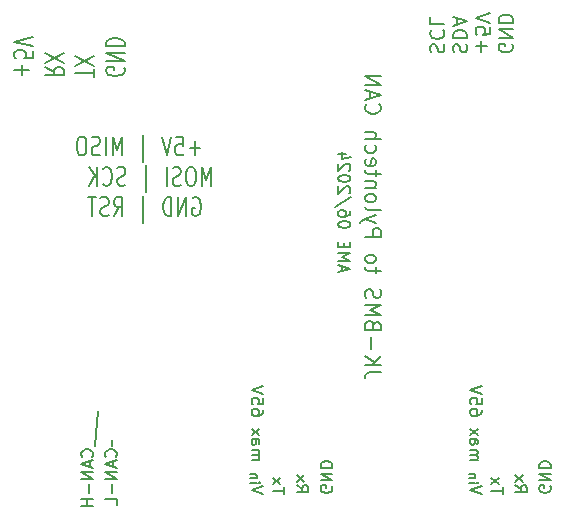
<source format=gbr>
%TF.GenerationSoftware,KiCad,Pcbnew,8.0.2*%
%TF.CreationDate,2024-05-29T11:06:28+02:00*%
%TF.ProjectId,JK-BMS_CAN,4a4b2d42-4d53-45f4-9341-4e2e6b696361,rev?*%
%TF.SameCoordinates,Original*%
%TF.FileFunction,Legend,Bot*%
%TF.FilePolarity,Positive*%
%FSLAX46Y46*%
G04 Gerber Fmt 4.6, Leading zero omitted, Abs format (unit mm)*
G04 Created by KiCad (PCBNEW 8.0.2) date 2024-05-29 11:06:28*
%MOMM*%
%LPD*%
G01*
G04 APERTURE LIST*
%ADD10C,0.153000*%
G04 APERTURE END LIST*
D10*
X93500000Y-116750000D02*
X93500000Y-116250000D01*
X92000000Y-116750000D02*
X92250000Y-113750000D01*
X93774424Y-117660180D02*
X93822044Y-117612561D01*
X93822044Y-117612561D02*
X93869663Y-117469704D01*
X93869663Y-117469704D02*
X93869663Y-117374466D01*
X93869663Y-117374466D02*
X93822044Y-117231609D01*
X93822044Y-117231609D02*
X93726805Y-117136371D01*
X93726805Y-117136371D02*
X93631567Y-117088752D01*
X93631567Y-117088752D02*
X93441091Y-117041133D01*
X93441091Y-117041133D02*
X93298234Y-117041133D01*
X93298234Y-117041133D02*
X93107758Y-117088752D01*
X93107758Y-117088752D02*
X93012520Y-117136371D01*
X93012520Y-117136371D02*
X92917282Y-117231609D01*
X92917282Y-117231609D02*
X92869663Y-117374466D01*
X92869663Y-117374466D02*
X92869663Y-117469704D01*
X92869663Y-117469704D02*
X92917282Y-117612561D01*
X92917282Y-117612561D02*
X92964901Y-117660180D01*
X93583948Y-118041133D02*
X93583948Y-118517323D01*
X93869663Y-117945895D02*
X92869663Y-118279228D01*
X92869663Y-118279228D02*
X93869663Y-118612561D01*
X93869663Y-118945895D02*
X92869663Y-118945895D01*
X92869663Y-118945895D02*
X93869663Y-119517323D01*
X93869663Y-119517323D02*
X92869663Y-119517323D01*
X93488710Y-119993514D02*
X93488710Y-120755419D01*
X93869663Y-121707799D02*
X93869663Y-121231609D01*
X93869663Y-121231609D02*
X92869663Y-121231609D01*
X91774424Y-117660180D02*
X91822044Y-117612561D01*
X91822044Y-117612561D02*
X91869663Y-117469704D01*
X91869663Y-117469704D02*
X91869663Y-117374466D01*
X91869663Y-117374466D02*
X91822044Y-117231609D01*
X91822044Y-117231609D02*
X91726805Y-117136371D01*
X91726805Y-117136371D02*
X91631567Y-117088752D01*
X91631567Y-117088752D02*
X91441091Y-117041133D01*
X91441091Y-117041133D02*
X91298234Y-117041133D01*
X91298234Y-117041133D02*
X91107758Y-117088752D01*
X91107758Y-117088752D02*
X91012520Y-117136371D01*
X91012520Y-117136371D02*
X90917282Y-117231609D01*
X90917282Y-117231609D02*
X90869663Y-117374466D01*
X90869663Y-117374466D02*
X90869663Y-117469704D01*
X90869663Y-117469704D02*
X90917282Y-117612561D01*
X90917282Y-117612561D02*
X90964901Y-117660180D01*
X91583948Y-118041133D02*
X91583948Y-118517323D01*
X91869663Y-117945895D02*
X90869663Y-118279228D01*
X90869663Y-118279228D02*
X91869663Y-118612561D01*
X91869663Y-118945895D02*
X90869663Y-118945895D01*
X90869663Y-118945895D02*
X91869663Y-119517323D01*
X91869663Y-119517323D02*
X90869663Y-119517323D01*
X91488710Y-119993514D02*
X91488710Y-120755419D01*
X91869663Y-121231609D02*
X90869663Y-121231609D01*
X91345853Y-121231609D02*
X91345853Y-121803037D01*
X91869663Y-121803037D02*
X90869663Y-121803037D01*
X100949342Y-91534890D02*
X100035057Y-91534890D01*
X100492199Y-92144414D02*
X100492199Y-90925366D01*
X98892200Y-90544414D02*
X99463628Y-90544414D01*
X99463628Y-90544414D02*
X99520771Y-91306319D01*
X99520771Y-91306319D02*
X99463628Y-91230128D01*
X99463628Y-91230128D02*
X99349343Y-91153938D01*
X99349343Y-91153938D02*
X99063628Y-91153938D01*
X99063628Y-91153938D02*
X98949343Y-91230128D01*
X98949343Y-91230128D02*
X98892200Y-91306319D01*
X98892200Y-91306319D02*
X98835057Y-91458700D01*
X98835057Y-91458700D02*
X98835057Y-91839652D01*
X98835057Y-91839652D02*
X98892200Y-91992033D01*
X98892200Y-91992033D02*
X98949343Y-92068224D01*
X98949343Y-92068224D02*
X99063628Y-92144414D01*
X99063628Y-92144414D02*
X99349343Y-92144414D01*
X99349343Y-92144414D02*
X99463628Y-92068224D01*
X99463628Y-92068224D02*
X99520771Y-91992033D01*
X98492200Y-90544414D02*
X98092200Y-92144414D01*
X98092200Y-92144414D02*
X97692200Y-90544414D01*
X96092200Y-92677747D02*
X96092200Y-90392033D01*
X94320771Y-92144414D02*
X94320771Y-90544414D01*
X94320771Y-90544414D02*
X93920771Y-91687271D01*
X93920771Y-91687271D02*
X93520771Y-90544414D01*
X93520771Y-90544414D02*
X93520771Y-92144414D01*
X92949342Y-92144414D02*
X92949342Y-90544414D01*
X92435056Y-92068224D02*
X92263628Y-92144414D01*
X92263628Y-92144414D02*
X91977913Y-92144414D01*
X91977913Y-92144414D02*
X91863628Y-92068224D01*
X91863628Y-92068224D02*
X91806485Y-91992033D01*
X91806485Y-91992033D02*
X91749342Y-91839652D01*
X91749342Y-91839652D02*
X91749342Y-91687271D01*
X91749342Y-91687271D02*
X91806485Y-91534890D01*
X91806485Y-91534890D02*
X91863628Y-91458700D01*
X91863628Y-91458700D02*
X91977913Y-91382509D01*
X91977913Y-91382509D02*
X92206485Y-91306319D01*
X92206485Y-91306319D02*
X92320770Y-91230128D01*
X92320770Y-91230128D02*
X92377913Y-91153938D01*
X92377913Y-91153938D02*
X92435056Y-91001557D01*
X92435056Y-91001557D02*
X92435056Y-90849176D01*
X92435056Y-90849176D02*
X92377913Y-90696795D01*
X92377913Y-90696795D02*
X92320770Y-90620604D01*
X92320770Y-90620604D02*
X92206485Y-90544414D01*
X92206485Y-90544414D02*
X91920770Y-90544414D01*
X91920770Y-90544414D02*
X91749342Y-90620604D01*
X91006485Y-90544414D02*
X90777913Y-90544414D01*
X90777913Y-90544414D02*
X90663628Y-90620604D01*
X90663628Y-90620604D02*
X90549342Y-90772985D01*
X90549342Y-90772985D02*
X90492199Y-91077747D01*
X90492199Y-91077747D02*
X90492199Y-91611081D01*
X90492199Y-91611081D02*
X90549342Y-91915843D01*
X90549342Y-91915843D02*
X90663628Y-92068224D01*
X90663628Y-92068224D02*
X90777913Y-92144414D01*
X90777913Y-92144414D02*
X91006485Y-92144414D01*
X91006485Y-92144414D02*
X91120771Y-92068224D01*
X91120771Y-92068224D02*
X91235056Y-91915843D01*
X91235056Y-91915843D02*
X91292199Y-91611081D01*
X91292199Y-91611081D02*
X91292199Y-91077747D01*
X91292199Y-91077747D02*
X91235056Y-90772985D01*
X91235056Y-90772985D02*
X91120771Y-90620604D01*
X91120771Y-90620604D02*
X91006485Y-90544414D01*
X101863628Y-94720324D02*
X101863628Y-93120324D01*
X101863628Y-93120324D02*
X101463628Y-94263181D01*
X101463628Y-94263181D02*
X101063628Y-93120324D01*
X101063628Y-93120324D02*
X101063628Y-94720324D01*
X100263628Y-93120324D02*
X100035056Y-93120324D01*
X100035056Y-93120324D02*
X99920771Y-93196514D01*
X99920771Y-93196514D02*
X99806485Y-93348895D01*
X99806485Y-93348895D02*
X99749342Y-93653657D01*
X99749342Y-93653657D02*
X99749342Y-94186991D01*
X99749342Y-94186991D02*
X99806485Y-94491753D01*
X99806485Y-94491753D02*
X99920771Y-94644134D01*
X99920771Y-94644134D02*
X100035056Y-94720324D01*
X100035056Y-94720324D02*
X100263628Y-94720324D01*
X100263628Y-94720324D02*
X100377914Y-94644134D01*
X100377914Y-94644134D02*
X100492199Y-94491753D01*
X100492199Y-94491753D02*
X100549342Y-94186991D01*
X100549342Y-94186991D02*
X100549342Y-93653657D01*
X100549342Y-93653657D02*
X100492199Y-93348895D01*
X100492199Y-93348895D02*
X100377914Y-93196514D01*
X100377914Y-93196514D02*
X100263628Y-93120324D01*
X99292199Y-94644134D02*
X99120771Y-94720324D01*
X99120771Y-94720324D02*
X98835056Y-94720324D01*
X98835056Y-94720324D02*
X98720771Y-94644134D01*
X98720771Y-94644134D02*
X98663628Y-94567943D01*
X98663628Y-94567943D02*
X98606485Y-94415562D01*
X98606485Y-94415562D02*
X98606485Y-94263181D01*
X98606485Y-94263181D02*
X98663628Y-94110800D01*
X98663628Y-94110800D02*
X98720771Y-94034610D01*
X98720771Y-94034610D02*
X98835056Y-93958419D01*
X98835056Y-93958419D02*
X99063628Y-93882229D01*
X99063628Y-93882229D02*
X99177913Y-93806038D01*
X99177913Y-93806038D02*
X99235056Y-93729848D01*
X99235056Y-93729848D02*
X99292199Y-93577467D01*
X99292199Y-93577467D02*
X99292199Y-93425086D01*
X99292199Y-93425086D02*
X99235056Y-93272705D01*
X99235056Y-93272705D02*
X99177913Y-93196514D01*
X99177913Y-93196514D02*
X99063628Y-93120324D01*
X99063628Y-93120324D02*
X98777913Y-93120324D01*
X98777913Y-93120324D02*
X98606485Y-93196514D01*
X98092199Y-94720324D02*
X98092199Y-93120324D01*
X96320770Y-95253657D02*
X96320770Y-92967943D01*
X94606484Y-94644134D02*
X94435056Y-94720324D01*
X94435056Y-94720324D02*
X94149341Y-94720324D01*
X94149341Y-94720324D02*
X94035056Y-94644134D01*
X94035056Y-94644134D02*
X93977913Y-94567943D01*
X93977913Y-94567943D02*
X93920770Y-94415562D01*
X93920770Y-94415562D02*
X93920770Y-94263181D01*
X93920770Y-94263181D02*
X93977913Y-94110800D01*
X93977913Y-94110800D02*
X94035056Y-94034610D01*
X94035056Y-94034610D02*
X94149341Y-93958419D01*
X94149341Y-93958419D02*
X94377913Y-93882229D01*
X94377913Y-93882229D02*
X94492198Y-93806038D01*
X94492198Y-93806038D02*
X94549341Y-93729848D01*
X94549341Y-93729848D02*
X94606484Y-93577467D01*
X94606484Y-93577467D02*
X94606484Y-93425086D01*
X94606484Y-93425086D02*
X94549341Y-93272705D01*
X94549341Y-93272705D02*
X94492198Y-93196514D01*
X94492198Y-93196514D02*
X94377913Y-93120324D01*
X94377913Y-93120324D02*
X94092198Y-93120324D01*
X94092198Y-93120324D02*
X93920770Y-93196514D01*
X92720770Y-94567943D02*
X92777913Y-94644134D01*
X92777913Y-94644134D02*
X92949341Y-94720324D01*
X92949341Y-94720324D02*
X93063627Y-94720324D01*
X93063627Y-94720324D02*
X93235056Y-94644134D01*
X93235056Y-94644134D02*
X93349341Y-94491753D01*
X93349341Y-94491753D02*
X93406484Y-94339372D01*
X93406484Y-94339372D02*
X93463627Y-94034610D01*
X93463627Y-94034610D02*
X93463627Y-93806038D01*
X93463627Y-93806038D02*
X93406484Y-93501276D01*
X93406484Y-93501276D02*
X93349341Y-93348895D01*
X93349341Y-93348895D02*
X93235056Y-93196514D01*
X93235056Y-93196514D02*
X93063627Y-93120324D01*
X93063627Y-93120324D02*
X92949341Y-93120324D01*
X92949341Y-93120324D02*
X92777913Y-93196514D01*
X92777913Y-93196514D02*
X92720770Y-93272705D01*
X92206484Y-94720324D02*
X92206484Y-93120324D01*
X91520770Y-94720324D02*
X92035056Y-93806038D01*
X91520770Y-93120324D02*
X92206484Y-94034610D01*
X100320771Y-95772424D02*
X100435057Y-95696234D01*
X100435057Y-95696234D02*
X100606485Y-95696234D01*
X100606485Y-95696234D02*
X100777914Y-95772424D01*
X100777914Y-95772424D02*
X100892199Y-95924805D01*
X100892199Y-95924805D02*
X100949342Y-96077186D01*
X100949342Y-96077186D02*
X101006485Y-96381948D01*
X101006485Y-96381948D02*
X101006485Y-96610520D01*
X101006485Y-96610520D02*
X100949342Y-96915282D01*
X100949342Y-96915282D02*
X100892199Y-97067663D01*
X100892199Y-97067663D02*
X100777914Y-97220044D01*
X100777914Y-97220044D02*
X100606485Y-97296234D01*
X100606485Y-97296234D02*
X100492199Y-97296234D01*
X100492199Y-97296234D02*
X100320771Y-97220044D01*
X100320771Y-97220044D02*
X100263628Y-97143853D01*
X100263628Y-97143853D02*
X100263628Y-96610520D01*
X100263628Y-96610520D02*
X100492199Y-96610520D01*
X99749342Y-97296234D02*
X99749342Y-95696234D01*
X99749342Y-95696234D02*
X99063628Y-97296234D01*
X99063628Y-97296234D02*
X99063628Y-95696234D01*
X98492199Y-97296234D02*
X98492199Y-95696234D01*
X98492199Y-95696234D02*
X98206485Y-95696234D01*
X98206485Y-95696234D02*
X98035056Y-95772424D01*
X98035056Y-95772424D02*
X97920771Y-95924805D01*
X97920771Y-95924805D02*
X97863628Y-96077186D01*
X97863628Y-96077186D02*
X97806485Y-96381948D01*
X97806485Y-96381948D02*
X97806485Y-96610520D01*
X97806485Y-96610520D02*
X97863628Y-96915282D01*
X97863628Y-96915282D02*
X97920771Y-97067663D01*
X97920771Y-97067663D02*
X98035056Y-97220044D01*
X98035056Y-97220044D02*
X98206485Y-97296234D01*
X98206485Y-97296234D02*
X98492199Y-97296234D01*
X96092199Y-97829567D02*
X96092199Y-95543853D01*
X93635056Y-97296234D02*
X94035056Y-96534329D01*
X94320770Y-97296234D02*
X94320770Y-95696234D01*
X94320770Y-95696234D02*
X93863627Y-95696234D01*
X93863627Y-95696234D02*
X93749342Y-95772424D01*
X93749342Y-95772424D02*
X93692199Y-95848615D01*
X93692199Y-95848615D02*
X93635056Y-96000996D01*
X93635056Y-96000996D02*
X93635056Y-96229567D01*
X93635056Y-96229567D02*
X93692199Y-96381948D01*
X93692199Y-96381948D02*
X93749342Y-96458139D01*
X93749342Y-96458139D02*
X93863627Y-96534329D01*
X93863627Y-96534329D02*
X94320770Y-96534329D01*
X93177913Y-97220044D02*
X93006485Y-97296234D01*
X93006485Y-97296234D02*
X92720770Y-97296234D01*
X92720770Y-97296234D02*
X92606485Y-97220044D01*
X92606485Y-97220044D02*
X92549342Y-97143853D01*
X92549342Y-97143853D02*
X92492199Y-96991472D01*
X92492199Y-96991472D02*
X92492199Y-96839091D01*
X92492199Y-96839091D02*
X92549342Y-96686710D01*
X92549342Y-96686710D02*
X92606485Y-96610520D01*
X92606485Y-96610520D02*
X92720770Y-96534329D01*
X92720770Y-96534329D02*
X92949342Y-96458139D01*
X92949342Y-96458139D02*
X93063627Y-96381948D01*
X93063627Y-96381948D02*
X93120770Y-96305758D01*
X93120770Y-96305758D02*
X93177913Y-96153377D01*
X93177913Y-96153377D02*
X93177913Y-96000996D01*
X93177913Y-96000996D02*
X93120770Y-95848615D01*
X93120770Y-95848615D02*
X93063627Y-95772424D01*
X93063627Y-95772424D02*
X92949342Y-95696234D01*
X92949342Y-95696234D02*
X92663627Y-95696234D01*
X92663627Y-95696234D02*
X92492199Y-95772424D01*
X92149342Y-95696234D02*
X91463628Y-95696234D01*
X91806485Y-97296234D02*
X91806485Y-95696234D01*
X94455305Y-84735057D02*
X94531495Y-84849343D01*
X94531495Y-84849343D02*
X94531495Y-85020771D01*
X94531495Y-85020771D02*
X94455305Y-85192200D01*
X94455305Y-85192200D02*
X94302924Y-85306485D01*
X94302924Y-85306485D02*
X94150543Y-85363628D01*
X94150543Y-85363628D02*
X93845781Y-85420771D01*
X93845781Y-85420771D02*
X93617209Y-85420771D01*
X93617209Y-85420771D02*
X93312447Y-85363628D01*
X93312447Y-85363628D02*
X93160066Y-85306485D01*
X93160066Y-85306485D02*
X93007686Y-85192200D01*
X93007686Y-85192200D02*
X92931495Y-85020771D01*
X92931495Y-85020771D02*
X92931495Y-84906485D01*
X92931495Y-84906485D02*
X93007686Y-84735057D01*
X93007686Y-84735057D02*
X93083876Y-84677914D01*
X93083876Y-84677914D02*
X93617209Y-84677914D01*
X93617209Y-84677914D02*
X93617209Y-84906485D01*
X92931495Y-84163628D02*
X94531495Y-84163628D01*
X94531495Y-84163628D02*
X92931495Y-83477914D01*
X92931495Y-83477914D02*
X94531495Y-83477914D01*
X92931495Y-82906485D02*
X94531495Y-82906485D01*
X94531495Y-82906485D02*
X94531495Y-82620771D01*
X94531495Y-82620771D02*
X94455305Y-82449342D01*
X94455305Y-82449342D02*
X94302924Y-82335057D01*
X94302924Y-82335057D02*
X94150543Y-82277914D01*
X94150543Y-82277914D02*
X93845781Y-82220771D01*
X93845781Y-82220771D02*
X93617209Y-82220771D01*
X93617209Y-82220771D02*
X93312447Y-82277914D01*
X93312447Y-82277914D02*
X93160066Y-82335057D01*
X93160066Y-82335057D02*
X93007686Y-82449342D01*
X93007686Y-82449342D02*
X92931495Y-82620771D01*
X92931495Y-82620771D02*
X92931495Y-82906485D01*
X91955585Y-85535057D02*
X91955585Y-84849343D01*
X90355585Y-85192200D02*
X91955585Y-85192200D01*
X91955585Y-84563628D02*
X90355585Y-83763628D01*
X91955585Y-83763628D02*
X90355585Y-84563628D01*
X87779675Y-84677914D02*
X88541580Y-85077914D01*
X87779675Y-85363628D02*
X89379675Y-85363628D01*
X89379675Y-85363628D02*
X89379675Y-84906485D01*
X89379675Y-84906485D02*
X89303485Y-84792200D01*
X89303485Y-84792200D02*
X89227294Y-84735057D01*
X89227294Y-84735057D02*
X89074913Y-84677914D01*
X89074913Y-84677914D02*
X88846342Y-84677914D01*
X88846342Y-84677914D02*
X88693961Y-84735057D01*
X88693961Y-84735057D02*
X88617770Y-84792200D01*
X88617770Y-84792200D02*
X88541580Y-84906485D01*
X88541580Y-84906485D02*
X88541580Y-85363628D01*
X89379675Y-84277914D02*
X87779675Y-83477914D01*
X89379675Y-83477914D02*
X87779675Y-84277914D01*
X85813289Y-85363628D02*
X85813289Y-84449343D01*
X85203765Y-84906485D02*
X86422813Y-84906485D01*
X86803765Y-83306486D02*
X86803765Y-83877914D01*
X86803765Y-83877914D02*
X86041860Y-83935057D01*
X86041860Y-83935057D02*
X86118051Y-83877914D01*
X86118051Y-83877914D02*
X86194241Y-83763629D01*
X86194241Y-83763629D02*
X86194241Y-83477914D01*
X86194241Y-83477914D02*
X86118051Y-83363629D01*
X86118051Y-83363629D02*
X86041860Y-83306486D01*
X86041860Y-83306486D02*
X85889479Y-83249343D01*
X85889479Y-83249343D02*
X85508527Y-83249343D01*
X85508527Y-83249343D02*
X85356146Y-83306486D01*
X85356146Y-83306486D02*
X85279956Y-83363629D01*
X85279956Y-83363629D02*
X85203765Y-83477914D01*
X85203765Y-83477914D02*
X85203765Y-83763629D01*
X85203765Y-83763629D02*
X85279956Y-83877914D01*
X85279956Y-83877914D02*
X85356146Y-83935057D01*
X86803765Y-82906486D02*
X85203765Y-82506486D01*
X85203765Y-82506486D02*
X86803765Y-82106486D01*
X127343469Y-82735057D02*
X127400612Y-82849343D01*
X127400612Y-82849343D02*
X127400612Y-83020771D01*
X127400612Y-83020771D02*
X127343469Y-83192200D01*
X127343469Y-83192200D02*
X127229183Y-83306485D01*
X127229183Y-83306485D02*
X127114897Y-83363628D01*
X127114897Y-83363628D02*
X126886326Y-83420771D01*
X126886326Y-83420771D02*
X126714897Y-83420771D01*
X126714897Y-83420771D02*
X126486326Y-83363628D01*
X126486326Y-83363628D02*
X126372040Y-83306485D01*
X126372040Y-83306485D02*
X126257755Y-83192200D01*
X126257755Y-83192200D02*
X126200612Y-83020771D01*
X126200612Y-83020771D02*
X126200612Y-82906485D01*
X126200612Y-82906485D02*
X126257755Y-82735057D01*
X126257755Y-82735057D02*
X126314897Y-82677914D01*
X126314897Y-82677914D02*
X126714897Y-82677914D01*
X126714897Y-82677914D02*
X126714897Y-82906485D01*
X126200612Y-82163628D02*
X127400612Y-82163628D01*
X127400612Y-82163628D02*
X126200612Y-81477914D01*
X126200612Y-81477914D02*
X127400612Y-81477914D01*
X126200612Y-80906485D02*
X127400612Y-80906485D01*
X127400612Y-80906485D02*
X127400612Y-80620771D01*
X127400612Y-80620771D02*
X127343469Y-80449342D01*
X127343469Y-80449342D02*
X127229183Y-80335057D01*
X127229183Y-80335057D02*
X127114897Y-80277914D01*
X127114897Y-80277914D02*
X126886326Y-80220771D01*
X126886326Y-80220771D02*
X126714897Y-80220771D01*
X126714897Y-80220771D02*
X126486326Y-80277914D01*
X126486326Y-80277914D02*
X126372040Y-80335057D01*
X126372040Y-80335057D02*
X126257755Y-80449342D01*
X126257755Y-80449342D02*
X126200612Y-80620771D01*
X126200612Y-80620771D02*
X126200612Y-80906485D01*
X124725822Y-83363628D02*
X124725822Y-82449343D01*
X124268679Y-82906485D02*
X125182964Y-82906485D01*
X125468679Y-81306486D02*
X125468679Y-81877914D01*
X125468679Y-81877914D02*
X124897250Y-81935057D01*
X124897250Y-81935057D02*
X124954393Y-81877914D01*
X124954393Y-81877914D02*
X125011536Y-81763629D01*
X125011536Y-81763629D02*
X125011536Y-81477914D01*
X125011536Y-81477914D02*
X124954393Y-81363629D01*
X124954393Y-81363629D02*
X124897250Y-81306486D01*
X124897250Y-81306486D02*
X124782964Y-81249343D01*
X124782964Y-81249343D02*
X124497250Y-81249343D01*
X124497250Y-81249343D02*
X124382964Y-81306486D01*
X124382964Y-81306486D02*
X124325822Y-81363629D01*
X124325822Y-81363629D02*
X124268679Y-81477914D01*
X124268679Y-81477914D02*
X124268679Y-81763629D01*
X124268679Y-81763629D02*
X124325822Y-81877914D01*
X124325822Y-81877914D02*
X124382964Y-81935057D01*
X125468679Y-80906486D02*
X124268679Y-80506486D01*
X124268679Y-80506486D02*
X125468679Y-80106486D01*
X122393889Y-83420771D02*
X122336746Y-83249343D01*
X122336746Y-83249343D02*
X122336746Y-82963628D01*
X122336746Y-82963628D02*
X122393889Y-82849343D01*
X122393889Y-82849343D02*
X122451031Y-82792200D01*
X122451031Y-82792200D02*
X122565317Y-82735057D01*
X122565317Y-82735057D02*
X122679603Y-82735057D01*
X122679603Y-82735057D02*
X122793889Y-82792200D01*
X122793889Y-82792200D02*
X122851031Y-82849343D01*
X122851031Y-82849343D02*
X122908174Y-82963628D01*
X122908174Y-82963628D02*
X122965317Y-83192200D01*
X122965317Y-83192200D02*
X123022460Y-83306485D01*
X123022460Y-83306485D02*
X123079603Y-83363628D01*
X123079603Y-83363628D02*
X123193889Y-83420771D01*
X123193889Y-83420771D02*
X123308174Y-83420771D01*
X123308174Y-83420771D02*
X123422460Y-83363628D01*
X123422460Y-83363628D02*
X123479603Y-83306485D01*
X123479603Y-83306485D02*
X123536746Y-83192200D01*
X123536746Y-83192200D02*
X123536746Y-82906485D01*
X123536746Y-82906485D02*
X123479603Y-82735057D01*
X122336746Y-82220771D02*
X123536746Y-82220771D01*
X123536746Y-82220771D02*
X123536746Y-81935057D01*
X123536746Y-81935057D02*
X123479603Y-81763628D01*
X123479603Y-81763628D02*
X123365317Y-81649343D01*
X123365317Y-81649343D02*
X123251031Y-81592200D01*
X123251031Y-81592200D02*
X123022460Y-81535057D01*
X123022460Y-81535057D02*
X122851031Y-81535057D01*
X122851031Y-81535057D02*
X122622460Y-81592200D01*
X122622460Y-81592200D02*
X122508174Y-81649343D01*
X122508174Y-81649343D02*
X122393889Y-81763628D01*
X122393889Y-81763628D02*
X122336746Y-81935057D01*
X122336746Y-81935057D02*
X122336746Y-82220771D01*
X122679603Y-81077914D02*
X122679603Y-80506486D01*
X122336746Y-81192200D02*
X123536746Y-80792200D01*
X123536746Y-80792200D02*
X122336746Y-80392200D01*
X120461956Y-83420771D02*
X120404813Y-83249343D01*
X120404813Y-83249343D02*
X120404813Y-82963628D01*
X120404813Y-82963628D02*
X120461956Y-82849343D01*
X120461956Y-82849343D02*
X120519098Y-82792200D01*
X120519098Y-82792200D02*
X120633384Y-82735057D01*
X120633384Y-82735057D02*
X120747670Y-82735057D01*
X120747670Y-82735057D02*
X120861956Y-82792200D01*
X120861956Y-82792200D02*
X120919098Y-82849343D01*
X120919098Y-82849343D02*
X120976241Y-82963628D01*
X120976241Y-82963628D02*
X121033384Y-83192200D01*
X121033384Y-83192200D02*
X121090527Y-83306485D01*
X121090527Y-83306485D02*
X121147670Y-83363628D01*
X121147670Y-83363628D02*
X121261956Y-83420771D01*
X121261956Y-83420771D02*
X121376241Y-83420771D01*
X121376241Y-83420771D02*
X121490527Y-83363628D01*
X121490527Y-83363628D02*
X121547670Y-83306485D01*
X121547670Y-83306485D02*
X121604813Y-83192200D01*
X121604813Y-83192200D02*
X121604813Y-82906485D01*
X121604813Y-82906485D02*
X121547670Y-82735057D01*
X120519098Y-81535057D02*
X120461956Y-81592200D01*
X120461956Y-81592200D02*
X120404813Y-81763628D01*
X120404813Y-81763628D02*
X120404813Y-81877914D01*
X120404813Y-81877914D02*
X120461956Y-82049343D01*
X120461956Y-82049343D02*
X120576241Y-82163628D01*
X120576241Y-82163628D02*
X120690527Y-82220771D01*
X120690527Y-82220771D02*
X120919098Y-82277914D01*
X120919098Y-82277914D02*
X121090527Y-82277914D01*
X121090527Y-82277914D02*
X121319098Y-82220771D01*
X121319098Y-82220771D02*
X121433384Y-82163628D01*
X121433384Y-82163628D02*
X121547670Y-82049343D01*
X121547670Y-82049343D02*
X121604813Y-81877914D01*
X121604813Y-81877914D02*
X121604813Y-81763628D01*
X121604813Y-81763628D02*
X121547670Y-81592200D01*
X121547670Y-81592200D02*
X121490527Y-81535057D01*
X120404813Y-80449343D02*
X120404813Y-81020771D01*
X120404813Y-81020771D02*
X121604813Y-81020771D01*
X124788336Y-120804104D02*
X123788336Y-120470771D01*
X123788336Y-120470771D02*
X124788336Y-120137438D01*
X123677860Y-119851723D02*
X124211194Y-119851723D01*
X124477860Y-119851723D02*
X124439765Y-119889819D01*
X124439765Y-119889819D02*
X124401670Y-119851723D01*
X124401670Y-119851723D02*
X124439765Y-119813628D01*
X124439765Y-119813628D02*
X124477860Y-119851723D01*
X124477860Y-119851723D02*
X124401670Y-119851723D01*
X124211194Y-119470771D02*
X123677860Y-119470771D01*
X124135003Y-119470771D02*
X124173098Y-119432676D01*
X124173098Y-119432676D02*
X124211194Y-119356486D01*
X124211194Y-119356486D02*
X124211194Y-119242200D01*
X124211194Y-119242200D02*
X124173098Y-119166009D01*
X124173098Y-119166009D02*
X124096908Y-119127914D01*
X124096908Y-119127914D02*
X123677860Y-119127914D01*
X123788336Y-117937437D02*
X124455003Y-117937437D01*
X124359765Y-117937437D02*
X124407384Y-117889818D01*
X124407384Y-117889818D02*
X124455003Y-117794580D01*
X124455003Y-117794580D02*
X124455003Y-117651723D01*
X124455003Y-117651723D02*
X124407384Y-117556485D01*
X124407384Y-117556485D02*
X124312146Y-117508866D01*
X124312146Y-117508866D02*
X123788336Y-117508866D01*
X124312146Y-117508866D02*
X124407384Y-117461247D01*
X124407384Y-117461247D02*
X124455003Y-117366009D01*
X124455003Y-117366009D02*
X124455003Y-117223152D01*
X124455003Y-117223152D02*
X124407384Y-117127913D01*
X124407384Y-117127913D02*
X124312146Y-117080294D01*
X124312146Y-117080294D02*
X123788336Y-117080294D01*
X123788336Y-116175533D02*
X124312146Y-116175533D01*
X124312146Y-116175533D02*
X124407384Y-116223152D01*
X124407384Y-116223152D02*
X124455003Y-116318390D01*
X124455003Y-116318390D02*
X124455003Y-116508866D01*
X124455003Y-116508866D02*
X124407384Y-116604104D01*
X123835956Y-116175533D02*
X123788336Y-116270771D01*
X123788336Y-116270771D02*
X123788336Y-116508866D01*
X123788336Y-116508866D02*
X123835956Y-116604104D01*
X123835956Y-116604104D02*
X123931194Y-116651723D01*
X123931194Y-116651723D02*
X124026432Y-116651723D01*
X124026432Y-116651723D02*
X124121670Y-116604104D01*
X124121670Y-116604104D02*
X124169289Y-116508866D01*
X124169289Y-116508866D02*
X124169289Y-116270771D01*
X124169289Y-116270771D02*
X124216908Y-116175533D01*
X123788336Y-115794580D02*
X124455003Y-115270771D01*
X124455003Y-115794580D02*
X123788336Y-115270771D01*
X124788336Y-113699342D02*
X124788336Y-113889818D01*
X124788336Y-113889818D02*
X124740717Y-113985056D01*
X124740717Y-113985056D02*
X124693098Y-114032675D01*
X124693098Y-114032675D02*
X124550241Y-114127913D01*
X124550241Y-114127913D02*
X124359765Y-114175532D01*
X124359765Y-114175532D02*
X123978813Y-114175532D01*
X123978813Y-114175532D02*
X123883575Y-114127913D01*
X123883575Y-114127913D02*
X123835956Y-114080294D01*
X123835956Y-114080294D02*
X123788336Y-113985056D01*
X123788336Y-113985056D02*
X123788336Y-113794580D01*
X123788336Y-113794580D02*
X123835956Y-113699342D01*
X123835956Y-113699342D02*
X123883575Y-113651723D01*
X123883575Y-113651723D02*
X123978813Y-113604104D01*
X123978813Y-113604104D02*
X124216908Y-113604104D01*
X124216908Y-113604104D02*
X124312146Y-113651723D01*
X124312146Y-113651723D02*
X124359765Y-113699342D01*
X124359765Y-113699342D02*
X124407384Y-113794580D01*
X124407384Y-113794580D02*
X124407384Y-113985056D01*
X124407384Y-113985056D02*
X124359765Y-114080294D01*
X124359765Y-114080294D02*
X124312146Y-114127913D01*
X124312146Y-114127913D02*
X124216908Y-114175532D01*
X124788336Y-112699342D02*
X124788336Y-113175532D01*
X124788336Y-113175532D02*
X124312146Y-113223151D01*
X124312146Y-113223151D02*
X124359765Y-113175532D01*
X124359765Y-113175532D02*
X124407384Y-113080294D01*
X124407384Y-113080294D02*
X124407384Y-112842199D01*
X124407384Y-112842199D02*
X124359765Y-112746961D01*
X124359765Y-112746961D02*
X124312146Y-112699342D01*
X124312146Y-112699342D02*
X124216908Y-112651723D01*
X124216908Y-112651723D02*
X123978813Y-112651723D01*
X123978813Y-112651723D02*
X123883575Y-112699342D01*
X123883575Y-112699342D02*
X123835956Y-112746961D01*
X123835956Y-112746961D02*
X123788336Y-112842199D01*
X123788336Y-112842199D02*
X123788336Y-113080294D01*
X123788336Y-113080294D02*
X123835956Y-113175532D01*
X123835956Y-113175532D02*
X123883575Y-113223151D01*
X124788336Y-112366008D02*
X123788336Y-112032675D01*
X123788336Y-112032675D02*
X124788336Y-111699342D01*
X112082717Y-120137438D02*
X112130336Y-120232676D01*
X112130336Y-120232676D02*
X112130336Y-120375533D01*
X112130336Y-120375533D02*
X112082717Y-120518390D01*
X112082717Y-120518390D02*
X111987479Y-120613628D01*
X111987479Y-120613628D02*
X111892241Y-120661247D01*
X111892241Y-120661247D02*
X111701765Y-120708866D01*
X111701765Y-120708866D02*
X111558908Y-120708866D01*
X111558908Y-120708866D02*
X111368432Y-120661247D01*
X111368432Y-120661247D02*
X111273194Y-120613628D01*
X111273194Y-120613628D02*
X111177956Y-120518390D01*
X111177956Y-120518390D02*
X111130336Y-120375533D01*
X111130336Y-120375533D02*
X111130336Y-120280295D01*
X111130336Y-120280295D02*
X111177956Y-120137438D01*
X111177956Y-120137438D02*
X111225575Y-120089819D01*
X111225575Y-120089819D02*
X111558908Y-120089819D01*
X111558908Y-120089819D02*
X111558908Y-120280295D01*
X111130336Y-119661247D02*
X112130336Y-119661247D01*
X112130336Y-119661247D02*
X111130336Y-119089819D01*
X111130336Y-119089819D02*
X112130336Y-119089819D01*
X111130336Y-118613628D02*
X112130336Y-118613628D01*
X112130336Y-118613628D02*
X112130336Y-118375533D01*
X112130336Y-118375533D02*
X112082717Y-118232676D01*
X112082717Y-118232676D02*
X111987479Y-118137438D01*
X111987479Y-118137438D02*
X111892241Y-118089819D01*
X111892241Y-118089819D02*
X111701765Y-118042200D01*
X111701765Y-118042200D02*
X111558908Y-118042200D01*
X111558908Y-118042200D02*
X111368432Y-118089819D01*
X111368432Y-118089819D02*
X111273194Y-118137438D01*
X111273194Y-118137438D02*
X111177956Y-118232676D01*
X111177956Y-118232676D02*
X111130336Y-118375533D01*
X111130336Y-118375533D02*
X111130336Y-118613628D01*
X126566336Y-120804104D02*
X126566336Y-120232676D01*
X125566336Y-120518390D02*
X126566336Y-120518390D01*
X125566336Y-119994580D02*
X126233003Y-119470771D01*
X126233003Y-119994580D02*
X125566336Y-119470771D01*
X130582717Y-120137438D02*
X130630336Y-120232676D01*
X130630336Y-120232676D02*
X130630336Y-120375533D01*
X130630336Y-120375533D02*
X130582717Y-120518390D01*
X130582717Y-120518390D02*
X130487479Y-120613628D01*
X130487479Y-120613628D02*
X130392241Y-120661247D01*
X130392241Y-120661247D02*
X130201765Y-120708866D01*
X130201765Y-120708866D02*
X130058908Y-120708866D01*
X130058908Y-120708866D02*
X129868432Y-120661247D01*
X129868432Y-120661247D02*
X129773194Y-120613628D01*
X129773194Y-120613628D02*
X129677956Y-120518390D01*
X129677956Y-120518390D02*
X129630336Y-120375533D01*
X129630336Y-120375533D02*
X129630336Y-120280295D01*
X129630336Y-120280295D02*
X129677956Y-120137438D01*
X129677956Y-120137438D02*
X129725575Y-120089819D01*
X129725575Y-120089819D02*
X130058908Y-120089819D01*
X130058908Y-120089819D02*
X130058908Y-120280295D01*
X129630336Y-119661247D02*
X130630336Y-119661247D01*
X130630336Y-119661247D02*
X129630336Y-119089819D01*
X129630336Y-119089819D02*
X130630336Y-119089819D01*
X129630336Y-118613628D02*
X130630336Y-118613628D01*
X130630336Y-118613628D02*
X130630336Y-118375533D01*
X130630336Y-118375533D02*
X130582717Y-118232676D01*
X130582717Y-118232676D02*
X130487479Y-118137438D01*
X130487479Y-118137438D02*
X130392241Y-118089819D01*
X130392241Y-118089819D02*
X130201765Y-118042200D01*
X130201765Y-118042200D02*
X130058908Y-118042200D01*
X130058908Y-118042200D02*
X129868432Y-118089819D01*
X129868432Y-118089819D02*
X129773194Y-118137438D01*
X129773194Y-118137438D02*
X129677956Y-118232676D01*
X129677956Y-118232676D02*
X129630336Y-118375533D01*
X129630336Y-118375533D02*
X129630336Y-118613628D01*
X106288336Y-120804104D02*
X105288336Y-120470771D01*
X105288336Y-120470771D02*
X106288336Y-120137438D01*
X105177860Y-119851723D02*
X105711194Y-119851723D01*
X105977860Y-119851723D02*
X105939765Y-119889819D01*
X105939765Y-119889819D02*
X105901670Y-119851723D01*
X105901670Y-119851723D02*
X105939765Y-119813628D01*
X105939765Y-119813628D02*
X105977860Y-119851723D01*
X105977860Y-119851723D02*
X105901670Y-119851723D01*
X105711194Y-119470771D02*
X105177860Y-119470771D01*
X105635003Y-119470771D02*
X105673098Y-119432676D01*
X105673098Y-119432676D02*
X105711194Y-119356486D01*
X105711194Y-119356486D02*
X105711194Y-119242200D01*
X105711194Y-119242200D02*
X105673098Y-119166009D01*
X105673098Y-119166009D02*
X105596908Y-119127914D01*
X105596908Y-119127914D02*
X105177860Y-119127914D01*
X105288336Y-117937437D02*
X105955003Y-117937437D01*
X105859765Y-117937437D02*
X105907384Y-117889818D01*
X105907384Y-117889818D02*
X105955003Y-117794580D01*
X105955003Y-117794580D02*
X105955003Y-117651723D01*
X105955003Y-117651723D02*
X105907384Y-117556485D01*
X105907384Y-117556485D02*
X105812146Y-117508866D01*
X105812146Y-117508866D02*
X105288336Y-117508866D01*
X105812146Y-117508866D02*
X105907384Y-117461247D01*
X105907384Y-117461247D02*
X105955003Y-117366009D01*
X105955003Y-117366009D02*
X105955003Y-117223152D01*
X105955003Y-117223152D02*
X105907384Y-117127913D01*
X105907384Y-117127913D02*
X105812146Y-117080294D01*
X105812146Y-117080294D02*
X105288336Y-117080294D01*
X105288336Y-116175533D02*
X105812146Y-116175533D01*
X105812146Y-116175533D02*
X105907384Y-116223152D01*
X105907384Y-116223152D02*
X105955003Y-116318390D01*
X105955003Y-116318390D02*
X105955003Y-116508866D01*
X105955003Y-116508866D02*
X105907384Y-116604104D01*
X105335956Y-116175533D02*
X105288336Y-116270771D01*
X105288336Y-116270771D02*
X105288336Y-116508866D01*
X105288336Y-116508866D02*
X105335956Y-116604104D01*
X105335956Y-116604104D02*
X105431194Y-116651723D01*
X105431194Y-116651723D02*
X105526432Y-116651723D01*
X105526432Y-116651723D02*
X105621670Y-116604104D01*
X105621670Y-116604104D02*
X105669289Y-116508866D01*
X105669289Y-116508866D02*
X105669289Y-116270771D01*
X105669289Y-116270771D02*
X105716908Y-116175533D01*
X105288336Y-115794580D02*
X105955003Y-115270771D01*
X105955003Y-115794580D02*
X105288336Y-115270771D01*
X106288336Y-113699342D02*
X106288336Y-113889818D01*
X106288336Y-113889818D02*
X106240717Y-113985056D01*
X106240717Y-113985056D02*
X106193098Y-114032675D01*
X106193098Y-114032675D02*
X106050241Y-114127913D01*
X106050241Y-114127913D02*
X105859765Y-114175532D01*
X105859765Y-114175532D02*
X105478813Y-114175532D01*
X105478813Y-114175532D02*
X105383575Y-114127913D01*
X105383575Y-114127913D02*
X105335956Y-114080294D01*
X105335956Y-114080294D02*
X105288336Y-113985056D01*
X105288336Y-113985056D02*
X105288336Y-113794580D01*
X105288336Y-113794580D02*
X105335956Y-113699342D01*
X105335956Y-113699342D02*
X105383575Y-113651723D01*
X105383575Y-113651723D02*
X105478813Y-113604104D01*
X105478813Y-113604104D02*
X105716908Y-113604104D01*
X105716908Y-113604104D02*
X105812146Y-113651723D01*
X105812146Y-113651723D02*
X105859765Y-113699342D01*
X105859765Y-113699342D02*
X105907384Y-113794580D01*
X105907384Y-113794580D02*
X105907384Y-113985056D01*
X105907384Y-113985056D02*
X105859765Y-114080294D01*
X105859765Y-114080294D02*
X105812146Y-114127913D01*
X105812146Y-114127913D02*
X105716908Y-114175532D01*
X106288336Y-112699342D02*
X106288336Y-113175532D01*
X106288336Y-113175532D02*
X105812146Y-113223151D01*
X105812146Y-113223151D02*
X105859765Y-113175532D01*
X105859765Y-113175532D02*
X105907384Y-113080294D01*
X105907384Y-113080294D02*
X105907384Y-112842199D01*
X105907384Y-112842199D02*
X105859765Y-112746961D01*
X105859765Y-112746961D02*
X105812146Y-112699342D01*
X105812146Y-112699342D02*
X105716908Y-112651723D01*
X105716908Y-112651723D02*
X105478813Y-112651723D01*
X105478813Y-112651723D02*
X105383575Y-112699342D01*
X105383575Y-112699342D02*
X105335956Y-112746961D01*
X105335956Y-112746961D02*
X105288336Y-112842199D01*
X105288336Y-112842199D02*
X105288336Y-113080294D01*
X105288336Y-113080294D02*
X105335956Y-113175532D01*
X105335956Y-113175532D02*
X105383575Y-113223151D01*
X106288336Y-112366008D02*
X105288336Y-112032675D01*
X105288336Y-112032675D02*
X106288336Y-111699342D01*
X116217051Y-110468390D02*
X115288479Y-110468390D01*
X115288479Y-110468390D02*
X115102765Y-110530295D01*
X115102765Y-110530295D02*
X114978956Y-110654104D01*
X114978956Y-110654104D02*
X114917051Y-110839819D01*
X114917051Y-110839819D02*
X114917051Y-110963628D01*
X114917051Y-109849343D02*
X116217051Y-109849343D01*
X114917051Y-109106486D02*
X115659908Y-109663628D01*
X116217051Y-109106486D02*
X115474194Y-109849343D01*
X115412289Y-108549343D02*
X115412289Y-107558867D01*
X115598003Y-106506485D02*
X115536098Y-106320771D01*
X115536098Y-106320771D02*
X115474194Y-106258866D01*
X115474194Y-106258866D02*
X115350384Y-106196962D01*
X115350384Y-106196962D02*
X115164670Y-106196962D01*
X115164670Y-106196962D02*
X115040860Y-106258866D01*
X115040860Y-106258866D02*
X114978956Y-106320771D01*
X114978956Y-106320771D02*
X114917051Y-106444581D01*
X114917051Y-106444581D02*
X114917051Y-106939819D01*
X114917051Y-106939819D02*
X116217051Y-106939819D01*
X116217051Y-106939819D02*
X116217051Y-106506485D01*
X116217051Y-106506485D02*
X116155146Y-106382676D01*
X116155146Y-106382676D02*
X116093241Y-106320771D01*
X116093241Y-106320771D02*
X115969432Y-106258866D01*
X115969432Y-106258866D02*
X115845622Y-106258866D01*
X115845622Y-106258866D02*
X115721813Y-106320771D01*
X115721813Y-106320771D02*
X115659908Y-106382676D01*
X115659908Y-106382676D02*
X115598003Y-106506485D01*
X115598003Y-106506485D02*
X115598003Y-106939819D01*
X114917051Y-105639819D02*
X116217051Y-105639819D01*
X116217051Y-105639819D02*
X115288479Y-105206485D01*
X115288479Y-105206485D02*
X116217051Y-104773152D01*
X116217051Y-104773152D02*
X114917051Y-104773152D01*
X114978956Y-104216009D02*
X114917051Y-104030295D01*
X114917051Y-104030295D02*
X114917051Y-103720771D01*
X114917051Y-103720771D02*
X114978956Y-103596962D01*
X114978956Y-103596962D02*
X115040860Y-103535057D01*
X115040860Y-103535057D02*
X115164670Y-103473152D01*
X115164670Y-103473152D02*
X115288479Y-103473152D01*
X115288479Y-103473152D02*
X115412289Y-103535057D01*
X115412289Y-103535057D02*
X115474194Y-103596962D01*
X115474194Y-103596962D02*
X115536098Y-103720771D01*
X115536098Y-103720771D02*
X115598003Y-103968390D01*
X115598003Y-103968390D02*
X115659908Y-104092200D01*
X115659908Y-104092200D02*
X115721813Y-104154105D01*
X115721813Y-104154105D02*
X115845622Y-104216009D01*
X115845622Y-104216009D02*
X115969432Y-104216009D01*
X115969432Y-104216009D02*
X116093241Y-104154105D01*
X116093241Y-104154105D02*
X116155146Y-104092200D01*
X116155146Y-104092200D02*
X116217051Y-103968390D01*
X116217051Y-103968390D02*
X116217051Y-103658867D01*
X116217051Y-103658867D02*
X116155146Y-103473152D01*
X115783717Y-102111248D02*
X115783717Y-101616010D01*
X116217051Y-101925534D02*
X115102765Y-101925534D01*
X115102765Y-101925534D02*
X114978956Y-101863629D01*
X114978956Y-101863629D02*
X114917051Y-101739819D01*
X114917051Y-101739819D02*
X114917051Y-101616010D01*
X114917051Y-100996962D02*
X114978956Y-101120772D01*
X114978956Y-101120772D02*
X115040860Y-101182677D01*
X115040860Y-101182677D02*
X115164670Y-101244581D01*
X115164670Y-101244581D02*
X115536098Y-101244581D01*
X115536098Y-101244581D02*
X115659908Y-101182677D01*
X115659908Y-101182677D02*
X115721813Y-101120772D01*
X115721813Y-101120772D02*
X115783717Y-100996962D01*
X115783717Y-100996962D02*
X115783717Y-100811248D01*
X115783717Y-100811248D02*
X115721813Y-100687439D01*
X115721813Y-100687439D02*
X115659908Y-100625534D01*
X115659908Y-100625534D02*
X115536098Y-100563629D01*
X115536098Y-100563629D02*
X115164670Y-100563629D01*
X115164670Y-100563629D02*
X115040860Y-100625534D01*
X115040860Y-100625534D02*
X114978956Y-100687439D01*
X114978956Y-100687439D02*
X114917051Y-100811248D01*
X114917051Y-100811248D02*
X114917051Y-100996962D01*
X114917051Y-99016011D02*
X116217051Y-99016011D01*
X116217051Y-99016011D02*
X116217051Y-98520773D01*
X116217051Y-98520773D02*
X116155146Y-98396963D01*
X116155146Y-98396963D02*
X116093241Y-98335058D01*
X116093241Y-98335058D02*
X115969432Y-98273154D01*
X115969432Y-98273154D02*
X115783717Y-98273154D01*
X115783717Y-98273154D02*
X115659908Y-98335058D01*
X115659908Y-98335058D02*
X115598003Y-98396963D01*
X115598003Y-98396963D02*
X115536098Y-98520773D01*
X115536098Y-98520773D02*
X115536098Y-99016011D01*
X115783717Y-97839820D02*
X114917051Y-97530296D01*
X115783717Y-97220773D02*
X114917051Y-97530296D01*
X114917051Y-97530296D02*
X114607527Y-97654106D01*
X114607527Y-97654106D02*
X114545622Y-97716011D01*
X114545622Y-97716011D02*
X114483717Y-97839820D01*
X114917051Y-96539820D02*
X114978956Y-96663630D01*
X114978956Y-96663630D02*
X115102765Y-96725535D01*
X115102765Y-96725535D02*
X116217051Y-96725535D01*
X114917051Y-95858868D02*
X114978956Y-95982678D01*
X114978956Y-95982678D02*
X115040860Y-96044583D01*
X115040860Y-96044583D02*
X115164670Y-96106487D01*
X115164670Y-96106487D02*
X115536098Y-96106487D01*
X115536098Y-96106487D02*
X115659908Y-96044583D01*
X115659908Y-96044583D02*
X115721813Y-95982678D01*
X115721813Y-95982678D02*
X115783717Y-95858868D01*
X115783717Y-95858868D02*
X115783717Y-95673154D01*
X115783717Y-95673154D02*
X115721813Y-95549345D01*
X115721813Y-95549345D02*
X115659908Y-95487440D01*
X115659908Y-95487440D02*
X115536098Y-95425535D01*
X115536098Y-95425535D02*
X115164670Y-95425535D01*
X115164670Y-95425535D02*
X115040860Y-95487440D01*
X115040860Y-95487440D02*
X114978956Y-95549345D01*
X114978956Y-95549345D02*
X114917051Y-95673154D01*
X114917051Y-95673154D02*
X114917051Y-95858868D01*
X115783717Y-94868393D02*
X114917051Y-94868393D01*
X115659908Y-94868393D02*
X115721813Y-94806488D01*
X115721813Y-94806488D02*
X115783717Y-94682678D01*
X115783717Y-94682678D02*
X115783717Y-94496964D01*
X115783717Y-94496964D02*
X115721813Y-94373155D01*
X115721813Y-94373155D02*
X115598003Y-94311250D01*
X115598003Y-94311250D02*
X114917051Y-94311250D01*
X115783717Y-93877917D02*
X115783717Y-93382679D01*
X116217051Y-93692203D02*
X115102765Y-93692203D01*
X115102765Y-93692203D02*
X114978956Y-93630298D01*
X114978956Y-93630298D02*
X114917051Y-93506488D01*
X114917051Y-93506488D02*
X114917051Y-93382679D01*
X114978956Y-92454108D02*
X114917051Y-92577917D01*
X114917051Y-92577917D02*
X114917051Y-92825536D01*
X114917051Y-92825536D02*
X114978956Y-92949346D01*
X114978956Y-92949346D02*
X115102765Y-93011250D01*
X115102765Y-93011250D02*
X115598003Y-93011250D01*
X115598003Y-93011250D02*
X115721813Y-92949346D01*
X115721813Y-92949346D02*
X115783717Y-92825536D01*
X115783717Y-92825536D02*
X115783717Y-92577917D01*
X115783717Y-92577917D02*
X115721813Y-92454108D01*
X115721813Y-92454108D02*
X115598003Y-92392203D01*
X115598003Y-92392203D02*
X115474194Y-92392203D01*
X115474194Y-92392203D02*
X115350384Y-93011250D01*
X114978956Y-91277917D02*
X114917051Y-91401726D01*
X114917051Y-91401726D02*
X114917051Y-91649345D01*
X114917051Y-91649345D02*
X114978956Y-91773155D01*
X114978956Y-91773155D02*
X115040860Y-91835060D01*
X115040860Y-91835060D02*
X115164670Y-91896964D01*
X115164670Y-91896964D02*
X115536098Y-91896964D01*
X115536098Y-91896964D02*
X115659908Y-91835060D01*
X115659908Y-91835060D02*
X115721813Y-91773155D01*
X115721813Y-91773155D02*
X115783717Y-91649345D01*
X115783717Y-91649345D02*
X115783717Y-91401726D01*
X115783717Y-91401726D02*
X115721813Y-91277917D01*
X114917051Y-90720774D02*
X116217051Y-90720774D01*
X114917051Y-90163631D02*
X115598003Y-90163631D01*
X115598003Y-90163631D02*
X115721813Y-90225536D01*
X115721813Y-90225536D02*
X115783717Y-90349345D01*
X115783717Y-90349345D02*
X115783717Y-90535059D01*
X115783717Y-90535059D02*
X115721813Y-90658869D01*
X115721813Y-90658869D02*
X115659908Y-90720774D01*
X115040860Y-87811251D02*
X114978956Y-87873155D01*
X114978956Y-87873155D02*
X114917051Y-88058870D01*
X114917051Y-88058870D02*
X114917051Y-88182679D01*
X114917051Y-88182679D02*
X114978956Y-88368393D01*
X114978956Y-88368393D02*
X115102765Y-88492203D01*
X115102765Y-88492203D02*
X115226575Y-88554108D01*
X115226575Y-88554108D02*
X115474194Y-88616012D01*
X115474194Y-88616012D02*
X115659908Y-88616012D01*
X115659908Y-88616012D02*
X115907527Y-88554108D01*
X115907527Y-88554108D02*
X116031336Y-88492203D01*
X116031336Y-88492203D02*
X116155146Y-88368393D01*
X116155146Y-88368393D02*
X116217051Y-88182679D01*
X116217051Y-88182679D02*
X116217051Y-88058870D01*
X116217051Y-88058870D02*
X116155146Y-87873155D01*
X116155146Y-87873155D02*
X116093241Y-87811251D01*
X115288479Y-87316012D02*
X115288479Y-86696965D01*
X114917051Y-87439822D02*
X116217051Y-87006489D01*
X116217051Y-87006489D02*
X114917051Y-86573155D01*
X114917051Y-86139822D02*
X116217051Y-86139822D01*
X116217051Y-86139822D02*
X114917051Y-85396965D01*
X114917051Y-85396965D02*
X116217051Y-85396965D01*
X108066336Y-120804104D02*
X108066336Y-120232676D01*
X107066336Y-120518390D02*
X108066336Y-120518390D01*
X107066336Y-119994580D02*
X107733003Y-119470771D01*
X107733003Y-119994580D02*
X107066336Y-119470771D01*
X112916051Y-101958866D02*
X112916051Y-101482676D01*
X112630336Y-102054104D02*
X113630336Y-101720771D01*
X113630336Y-101720771D02*
X112630336Y-101387438D01*
X112630336Y-101054104D02*
X113630336Y-101054104D01*
X113630336Y-101054104D02*
X112916051Y-100720771D01*
X112916051Y-100720771D02*
X113630336Y-100387438D01*
X113630336Y-100387438D02*
X112630336Y-100387438D01*
X113154146Y-99911247D02*
X113154146Y-99577914D01*
X112630336Y-99435057D02*
X112630336Y-99911247D01*
X112630336Y-99911247D02*
X113630336Y-99911247D01*
X113630336Y-99911247D02*
X113630336Y-99435057D01*
X113630336Y-98054104D02*
X113630336Y-97958866D01*
X113630336Y-97958866D02*
X113582717Y-97863628D01*
X113582717Y-97863628D02*
X113535098Y-97816009D01*
X113535098Y-97816009D02*
X113439860Y-97768390D01*
X113439860Y-97768390D02*
X113249384Y-97720771D01*
X113249384Y-97720771D02*
X113011289Y-97720771D01*
X113011289Y-97720771D02*
X112820813Y-97768390D01*
X112820813Y-97768390D02*
X112725575Y-97816009D01*
X112725575Y-97816009D02*
X112677956Y-97863628D01*
X112677956Y-97863628D02*
X112630336Y-97958866D01*
X112630336Y-97958866D02*
X112630336Y-98054104D01*
X112630336Y-98054104D02*
X112677956Y-98149342D01*
X112677956Y-98149342D02*
X112725575Y-98196961D01*
X112725575Y-98196961D02*
X112820813Y-98244580D01*
X112820813Y-98244580D02*
X113011289Y-98292199D01*
X113011289Y-98292199D02*
X113249384Y-98292199D01*
X113249384Y-98292199D02*
X113439860Y-98244580D01*
X113439860Y-98244580D02*
X113535098Y-98196961D01*
X113535098Y-98196961D02*
X113582717Y-98149342D01*
X113582717Y-98149342D02*
X113630336Y-98054104D01*
X113630336Y-96863628D02*
X113630336Y-97054104D01*
X113630336Y-97054104D02*
X113582717Y-97149342D01*
X113582717Y-97149342D02*
X113535098Y-97196961D01*
X113535098Y-97196961D02*
X113392241Y-97292199D01*
X113392241Y-97292199D02*
X113201765Y-97339818D01*
X113201765Y-97339818D02*
X112820813Y-97339818D01*
X112820813Y-97339818D02*
X112725575Y-97292199D01*
X112725575Y-97292199D02*
X112677956Y-97244580D01*
X112677956Y-97244580D02*
X112630336Y-97149342D01*
X112630336Y-97149342D02*
X112630336Y-96958866D01*
X112630336Y-96958866D02*
X112677956Y-96863628D01*
X112677956Y-96863628D02*
X112725575Y-96816009D01*
X112725575Y-96816009D02*
X112820813Y-96768390D01*
X112820813Y-96768390D02*
X113058908Y-96768390D01*
X113058908Y-96768390D02*
X113154146Y-96816009D01*
X113154146Y-96816009D02*
X113201765Y-96863628D01*
X113201765Y-96863628D02*
X113249384Y-96958866D01*
X113249384Y-96958866D02*
X113249384Y-97149342D01*
X113249384Y-97149342D02*
X113201765Y-97244580D01*
X113201765Y-97244580D02*
X113154146Y-97292199D01*
X113154146Y-97292199D02*
X113058908Y-97339818D01*
X113677956Y-95625533D02*
X112392241Y-96482675D01*
X113535098Y-95339818D02*
X113582717Y-95292199D01*
X113582717Y-95292199D02*
X113630336Y-95196961D01*
X113630336Y-95196961D02*
X113630336Y-94958866D01*
X113630336Y-94958866D02*
X113582717Y-94863628D01*
X113582717Y-94863628D02*
X113535098Y-94816009D01*
X113535098Y-94816009D02*
X113439860Y-94768390D01*
X113439860Y-94768390D02*
X113344622Y-94768390D01*
X113344622Y-94768390D02*
X113201765Y-94816009D01*
X113201765Y-94816009D02*
X112630336Y-95387437D01*
X112630336Y-95387437D02*
X112630336Y-94768390D01*
X113630336Y-94149342D02*
X113630336Y-94054104D01*
X113630336Y-94054104D02*
X113582717Y-93958866D01*
X113582717Y-93958866D02*
X113535098Y-93911247D01*
X113535098Y-93911247D02*
X113439860Y-93863628D01*
X113439860Y-93863628D02*
X113249384Y-93816009D01*
X113249384Y-93816009D02*
X113011289Y-93816009D01*
X113011289Y-93816009D02*
X112820813Y-93863628D01*
X112820813Y-93863628D02*
X112725575Y-93911247D01*
X112725575Y-93911247D02*
X112677956Y-93958866D01*
X112677956Y-93958866D02*
X112630336Y-94054104D01*
X112630336Y-94054104D02*
X112630336Y-94149342D01*
X112630336Y-94149342D02*
X112677956Y-94244580D01*
X112677956Y-94244580D02*
X112725575Y-94292199D01*
X112725575Y-94292199D02*
X112820813Y-94339818D01*
X112820813Y-94339818D02*
X113011289Y-94387437D01*
X113011289Y-94387437D02*
X113249384Y-94387437D01*
X113249384Y-94387437D02*
X113439860Y-94339818D01*
X113439860Y-94339818D02*
X113535098Y-94292199D01*
X113535098Y-94292199D02*
X113582717Y-94244580D01*
X113582717Y-94244580D02*
X113630336Y-94149342D01*
X113535098Y-93435056D02*
X113582717Y-93387437D01*
X113582717Y-93387437D02*
X113630336Y-93292199D01*
X113630336Y-93292199D02*
X113630336Y-93054104D01*
X113630336Y-93054104D02*
X113582717Y-92958866D01*
X113582717Y-92958866D02*
X113535098Y-92911247D01*
X113535098Y-92911247D02*
X113439860Y-92863628D01*
X113439860Y-92863628D02*
X113344622Y-92863628D01*
X113344622Y-92863628D02*
X113201765Y-92911247D01*
X113201765Y-92911247D02*
X112630336Y-93482675D01*
X112630336Y-93482675D02*
X112630336Y-92863628D01*
X113297003Y-92006485D02*
X112630336Y-92006485D01*
X113677956Y-92244580D02*
X112963670Y-92482675D01*
X112963670Y-92482675D02*
X112963670Y-91863628D01*
X109098336Y-120089819D02*
X109574527Y-120423152D01*
X109098336Y-120661247D02*
X110098336Y-120661247D01*
X110098336Y-120661247D02*
X110098336Y-120280295D01*
X110098336Y-120280295D02*
X110050717Y-120185057D01*
X110050717Y-120185057D02*
X110003098Y-120137438D01*
X110003098Y-120137438D02*
X109907860Y-120089819D01*
X109907860Y-120089819D02*
X109765003Y-120089819D01*
X109765003Y-120089819D02*
X109669765Y-120137438D01*
X109669765Y-120137438D02*
X109622146Y-120185057D01*
X109622146Y-120185057D02*
X109574527Y-120280295D01*
X109574527Y-120280295D02*
X109574527Y-120661247D01*
X109098336Y-119756485D02*
X109765003Y-119232676D01*
X109765003Y-119756485D02*
X109098336Y-119232676D01*
X127598336Y-120089819D02*
X128074527Y-120423152D01*
X127598336Y-120661247D02*
X128598336Y-120661247D01*
X128598336Y-120661247D02*
X128598336Y-120280295D01*
X128598336Y-120280295D02*
X128550717Y-120185057D01*
X128550717Y-120185057D02*
X128503098Y-120137438D01*
X128503098Y-120137438D02*
X128407860Y-120089819D01*
X128407860Y-120089819D02*
X128265003Y-120089819D01*
X128265003Y-120089819D02*
X128169765Y-120137438D01*
X128169765Y-120137438D02*
X128122146Y-120185057D01*
X128122146Y-120185057D02*
X128074527Y-120280295D01*
X128074527Y-120280295D02*
X128074527Y-120661247D01*
X127598336Y-119756485D02*
X128265003Y-119232676D01*
X128265003Y-119756485D02*
X127598336Y-119232676D01*
M02*

</source>
